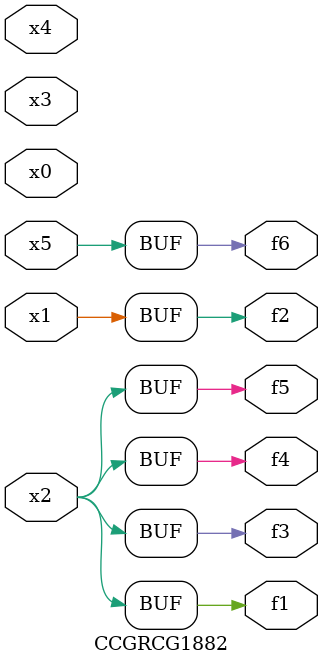
<source format=v>
module CCGRCG1882(
	input x0, x1, x2, x3, x4, x5,
	output f1, f2, f3, f4, f5, f6
);
	assign f1 = x2;
	assign f2 = x1;
	assign f3 = x2;
	assign f4 = x2;
	assign f5 = x2;
	assign f6 = x5;
endmodule

</source>
